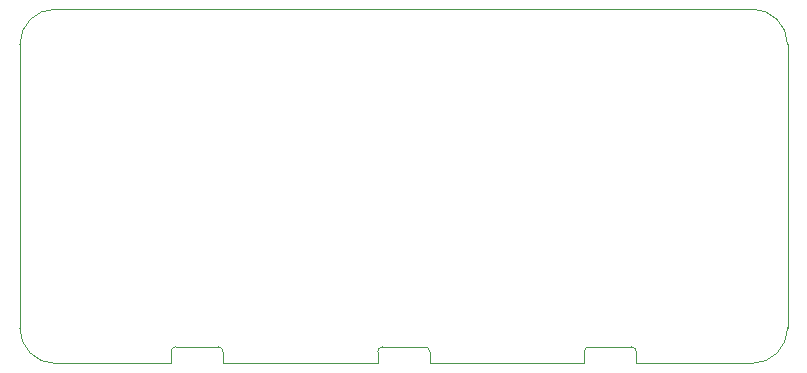
<source format=gm1>
G04 #@! TF.GenerationSoftware,KiCad,Pcbnew,7.0.9*
G04 #@! TF.CreationDate,2023-11-24T14:11:12+00:00*
G04 #@! TF.ProjectId,RPi-Zero-MIDI,5250692d-5a65-4726-9f2d-4d4944492e6b,rev?*
G04 #@! TF.SameCoordinates,Original*
G04 #@! TF.FileFunction,Profile,NP*
%FSLAX46Y46*%
G04 Gerber Fmt 4.6, Leading zero omitted, Abs format (unit mm)*
G04 Created by KiCad (PCBNEW 7.0.9) date 2023-11-24 14:11:12*
%MOMM*%
%LPD*%
G01*
G04 APERTURE LIST*
G04 #@! TA.AperFunction,Profile*
%ADD10C,0.100000*%
G04 #@! TD*
G04 #@! TA.AperFunction,Profile*
%ADD11C,0.120000*%
G04 #@! TD*
G04 APERTURE END LIST*
D10*
X121500000Y-100000000D02*
X126000000Y-100000000D01*
X156500000Y-100000000D02*
X162000000Y-100000000D01*
X139000000Y-100000000D02*
X143500000Y-100000000D01*
X103000000Y-100000000D02*
X108500000Y-100000000D01*
X165000000Y-73000000D02*
G75*
G03*
X162000000Y-70000000I-3000000J0D01*
G01*
X165000000Y-97000000D02*
X165000000Y-73000000D01*
X100000000Y-73000000D02*
X100000000Y-97000000D01*
X100000000Y-97000000D02*
G75*
G03*
X103000000Y-100000000I3000000J0D01*
G01*
X162000000Y-100000000D02*
G75*
G03*
X165000000Y-97000000I0J3000000D01*
G01*
X103000000Y-70000000D02*
G75*
G03*
X100000000Y-73000000I0J-3000000D01*
G01*
X162000000Y-70000000D02*
X103000000Y-70000000D01*
D11*
X112800000Y-99000000D02*
X112800000Y-100000000D01*
X112800000Y-100000000D02*
X108500000Y-100000000D01*
X116800000Y-98600000D02*
X113200000Y-98600000D01*
X117200000Y-99000000D02*
X117200000Y-100000000D01*
X117200000Y-100000000D02*
X121500000Y-100000000D01*
X113200000Y-98600000D02*
G75*
G03*
X112800000Y-99000000I2J-400002D01*
G01*
X117200000Y-99000000D02*
G75*
G03*
X116800000Y-98600000I-400000J0D01*
G01*
X147800000Y-99000000D02*
X147800000Y-100000000D01*
X147800000Y-100000000D02*
X143500000Y-100000000D01*
X151800000Y-98600000D02*
X148200000Y-98600000D01*
X152200000Y-99000000D02*
X152200000Y-100000000D01*
X152200000Y-100000000D02*
X156500000Y-100000000D01*
X148200000Y-98600000D02*
G75*
G03*
X147800000Y-99000000I2J-400002D01*
G01*
X152200000Y-99000000D02*
G75*
G03*
X151800000Y-98600000I-400000J0D01*
G01*
X130300000Y-99000000D02*
X130300000Y-100000000D01*
X130300000Y-100000000D02*
X126000000Y-100000000D01*
X134300000Y-98600000D02*
X130700000Y-98600000D01*
X134700000Y-99000000D02*
X134700000Y-100000000D01*
X134700000Y-100000000D02*
X139000000Y-100000000D01*
X130700000Y-98600000D02*
G75*
G03*
X130300000Y-99000000I2J-400002D01*
G01*
X134700000Y-99000000D02*
G75*
G03*
X134300000Y-98600000I-400000J0D01*
G01*
M02*

</source>
